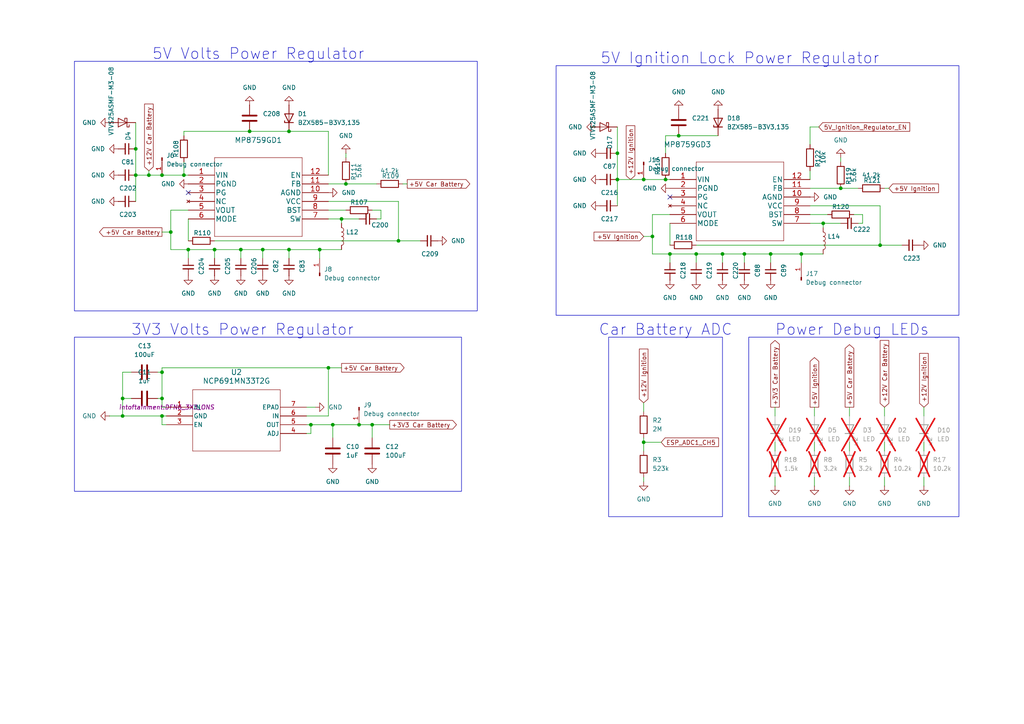
<source format=kicad_sch>
(kicad_sch (version 20250114) (generator "eeschema") (generator_version "9.0")
  (paper "A4")
  (lib_symbols
    (symbol "2025-04-02_17-52-17:MP8759GD-Z" (pin_names (offset 0.254))
      (property "Reference" "U" (at 20.32 10.16 0))
      (property "Value" "MP8759GD-Z" (at 20.32 7.62 0))
      (symbol "MP8759GD-Z_1_1"
        (polyline (pts (xy 7.62 5.08) (xy 7.62 -17.78)) (stroke (width 0.127)))
        (polyline (pts (xy 7.62 -17.78) (xy 33.02 -17.78)) (stroke (width 0.127)))
        (polyline (pts (xy 33.02 5.08) (xy 7.62 5.08)) (stroke (width 0.127)))
        (polyline (pts (xy 33.02 -17.78) (xy 33.02 5.08)) (stroke (width 0.127)))
        (pin power_in line (at 0 0 0) (length 7.62) (name "VIN") (number "1"))
        (pin power_in line (at 0 -2.54 0) (length 7.62) (name "PGND") (number "2"))
        (pin output line (at 0 -5.08 0) (length 7.62) (name "PG") (number "3"))
        (pin no_connect line (at 0 -7.62 0) (length 7.62) (name "NC") (number "4"))
        (pin power_in line (at 0 -10.16 0) (length 7.62) (name "VOUT") (number "5"))
        (pin unspecified line (at 0 -12.7 0) (length 7.62) (name "MODE") (number "6"))
        (pin input line (at 40.64 0 180) (length 7.62) (name "EN") (number "12"))
        (pin unspecified line (at 40.64 -2.54 180) (length 7.62) (name "FB") (number "11"))
        (pin power_in line (at 40.64 -5.08 180) (length 7.62) (name "AGND") (number "10"))
        (pin power_in line (at 40.64 -7.62 180) (length 7.62) (name "VCC") (number "9"))
        (pin power_in line (at 40.64 -10.16 180) (length 7.62) (name "BST") (number "8"))
        (pin output line (at 40.64 -12.7 180) (length 7.62) (name "SW") (number "7"))
      )
    )
    (symbol "Connector:Conn_01x01_Pin" (pin_names (offset 1.016) (hide yes))
      (property "Reference" "J" (at 0 2.54 0))
      (property "Value" "Conn_01x01_Pin" (at 0 -2.54 0))
      (symbol "Conn_01x01_Pin_1_1"
        (rectangle (start 0.8636 0.127) (end 0 -0.127) (stroke (width 0.1524)) (fill (type outline)))
        (polyline (pts (xy 1.27 0) (xy 0.8636 0)) (stroke (width 0.1524)))
        (pin passive line (at 5.08 0 180) (length 3.81) (name "Pin_1") (number "1"))
      )
    )
    (symbol "Device:C" (pin_numbers (hide yes)) (pin_names (offset 0.254))
      (property "Reference" "C" (at 0.635 2.54 0))
      (property "Value" "C" (at 0.635 -2.54 0))
      (symbol "C_0_1"
        (polyline (pts (xy -2.032 0.762) (xy 2.032 0.762)) (stroke (width 0.508)))
        (polyline (pts (xy -2.032 -0.762) (xy 2.032 -0.762)) (stroke (width 0.508)))
      )
      (symbol "C_1_1"
        (pin passive line (at 0 3.81 270) (length 2.794) (name "~") (number "1"))
        (pin passive line (at 0 -3.81 90) (length 2.794) (name "~") (number "2"))
      )
    )
    (symbol "Device:C_Small" (pin_numbers (hide yes)) (pin_names (offset 0.254) (hide yes))
      (property "Reference" "C" (at 0.254 1.778 0))
      (property "Value" "C_Small" (at 0.254 -2.032 0))
      (symbol "C_Small_0_1"
        (polyline (pts (xy -1.524 0.508) (xy 1.524 0.508)) (stroke (width 0.3048)))
        (polyline (pts (xy -1.524 -0.508) (xy 1.524 -0.508)) (stroke (width 0.3302)))
      )
      (symbol "C_Small_1_1"
        (pin passive line (at 0 2.54 270) (length 2.032) (name "~") (number "1"))
        (pin passive line (at 0 -2.54 90) (length 2.032) (name "~") (number "2"))
      )
    )
    (symbol "Device:L" (pin_numbers (hide yes)) (pin_names (offset 1.016) (hide yes))
      (property "Reference" "L" (at -1.27 0 90))
      (property "Value" "L" (at 1.905 0 90))
      (symbol "L_0_1"
        (arc (start 0 2.54) (mid 0.6323 1.905) (end 0 1.27))
        (arc (start 0 1.27) (mid 0.6323 0.635) (end 0 0))
        (arc (start 0 0) (mid 0.6323 -0.635) (end 0 -1.27))
        (arc (start 0 -1.27) (mid 0.6323 -1.905) (end 0 -2.54))
      )
      (symbol "L_1_1"
        (pin passive line (at 0 3.81 270) (length 1.27) (name "1") (number "1"))
        (pin passive line (at 0 -3.81 90) (length 1.27) (name "2") (number "2"))
      )
    )
    (symbol "Device:LED" (pin_numbers (hide yes)) (pin_names (offset 1.016) (hide yes))
      (property "Reference" "D" (at 0 2.54 0))
      (property "Value" "LED" (at 0 -2.54 0))
      (symbol "LED_0_1"
        (polyline (pts (xy -3.048 -0.762) (xy -4.572 -2.286) (xy -3.81 -2.286) (xy -4.572 -2.286) (xy -4.572 -1.524)))
        (polyline (pts (xy -1.778 -0.762) (xy -3.302 -2.286) (xy -2.54 -2.286) (xy -3.302 -2.286) (xy -3.302 -1.524)))
        (polyline (pts (xy -1.27 0) (xy 1.27 0)))
        (polyline (pts (xy -1.27 -1.27) (xy -1.27 1.27)) (stroke (width 0.254)))
        (polyline (pts (xy 1.27 -1.27) (xy 1.27 1.27) (xy -1.27 0) (xy 1.27 -1.27)) (stroke (width 0.254)))
      )
      (symbol "LED_1_1"
        (pin passive line (at -3.81 0 0) (length 2.54) (name "K") (number "1"))
        (pin passive line (at 3.81 0 180) (length 2.54) (name "A") (number "2"))
      )
    )
    (symbol "Device:R" (pin_numbers (hide yes)) (pin_names (offset 0))
      (property "Reference" "R" (at 2.032 0 90))
      (property "Value" "R" (at 0 0 90))
      (symbol "R_0_1"
        (rectangle (start -1.016 -2.54) (end 1.016 2.54) (stroke (width 0.254)))
      )
      (symbol "R_1_1"
        (pin passive line (at 0 3.81 270) (length 1.27) (name "~") (number "1"))
        (pin passive line (at 0 -3.81 90) (length 1.27) (name "~") (number "2"))
      )
    )
    (symbol "Diode:DZ2S160X0L" (pin_numbers (hide yes)) (pin_names (hide yes))
      (property "Reference" "D" (at 0 2.54 0))
      (property "Value" "DZ2S160X0L" (at 0 -2.54 0))
      (symbol "DZ2S160X0L_0_1"
        (polyline (pts (xy -1.27 -1.27) (xy -1.27 1.27) (xy -0.762 1.27)) (stroke (width 0.254)))
        (polyline (pts (xy 1.27 0) (xy -1.27 0)))
        (polyline (pts (xy 1.27 -1.27) (xy 1.27 1.27) (xy -1.27 0) (xy 1.27 -1.27)) (stroke (width 0.254)))
      )
      (symbol "DZ2S160X0L_1_1"
        (pin passive line (at -3.81 0 0) (length 2.54) (name "K") (number "1"))
        (pin passive line (at 3.81 0 180) (length 2.54) (name "A") (number "2"))
      )
    )
    (symbol "Diode:PMEG40T10ER" (pin_numbers (hide yes)) (pin_names (hide yes))
      (property "Reference" "D" (at 0 2.54 0))
      (property "Value" "PMEG40T10ER" (at 0 -2.54 0))
      (symbol "PMEG40T10ER_0_1"
        (polyline (pts (xy -1.905 0.635) (xy -1.905 1.27) (xy -1.27 1.27) (xy -1.27 -1.27) (xy -0.635 -1.27) (xy -0.635 -0.635)) (stroke (width 0.2032)))
        (polyline (pts (xy 1.27 1.27) (xy 1.27 -1.27) (xy -1.27 0) (xy 1.27 1.27)) (stroke (width 0.2032)))
        (polyline (pts (xy 1.27 0) (xy -1.27 0)))
      )
      (symbol "PMEG40T10ER_1_1"
        (pin passive line (at -3.81 0 0) (length 2.54) (name "K") (number "1"))
        (pin passive line (at 3.81 0 180) (length 2.54) (name "A") (number "2"))
      )
    )
    (symbol "NCP691MN33T2G:NCP691MN33T2G" (pin_names (offset 0.254))
      (property "Reference" "U" (at 20.32 10.16 0))
      (property "Value" "NCP691MN33T2G" (at 20.32 7.62 0))
      (symbol "NCP691MN33T2G_0_1"
        (polyline (pts (xy 7.62 5.08) (xy 7.62 -12.7)) (stroke (width 0.127)))
        (polyline (pts (xy 7.62 -12.7) (xy 33.02 -12.7)) (stroke (width 0.127)))
        (polyline (pts (xy 33.02 5.08) (xy 7.62 5.08)) (stroke (width 0.127)))
        (polyline (pts (xy 33.02 -12.7) (xy 33.02 5.08)) (stroke (width 0.127)))
        (pin input line (at 0 0 0) (length 7.62) (name "IN") (number "1"))
        (pin power_in line (at 0 -2.54 0) (length 7.62) (name "GND") (number "2"))
        (pin unspecified line (at 0 -5.08 0) (length 7.62) (name "EN") (number "3"))
        (pin unspecified line (at 40.64 0 180) (length 7.62) (name "EPAD") (number "7"))
        (pin input line (at 40.64 -2.54 180) (length 7.62) (name "IN") (number "6"))
        (pin output line (at 40.64 -5.08 180) (length 7.62) (name "OUT") (number "5"))
        (pin input line (at 40.64 -7.62 180) (length 7.62) (name "ADJ") (number "4"))
      )
    )
    (symbol "power:GND" (power) (pin_numbers (hide yes)) (pin_names (offset 0) (hide yes))
      (property "Value" "GND" (at 0 -3.81 0))
      (symbol "GND_0_1"
        (polyline (pts (xy 0 0) (xy 0 -1.27) (xy 1.27 -1.27) (xy 0 -2.54) (xy -1.27 -1.27) (xy 0 -1.27)))
      )
      (symbol "GND_1_1"
        (pin power_in line (at 0 0 270) (length 0) (name "~") (number "1"))
      )
    )
  )
  (rectangle (start 217.17 97.79) (end 278.13 149.86))
  (rectangle (start 161.29 19.05) (end 278.13 91.44))
  (rectangle (start 176.53 97.79) (end 209.55 149.86))
  (rectangle (start 21.59 17.78) (end 138.43 90.17))
  (rectangle (start 21.59 97.79) (end 133.858 142.494))
  (text "Power Debug LEDs\n" (at 247.142 95.758 0) (effects (font (size 3.175 3.175))))
  (text "5V Ignition Lock Power Regulator\n" (at 214.63 17.018 0) (effects (font (size 3.175 3.175))))
  (text "Car Battery ADC\n" (at 193.04 95.758 0) (effects (font (size 3.175 3.175))))
  (text "5V Volts Power Regulator" (at 74.93 15.748 0) (effects (font (size 3.175 3.175))))
  (text "3V3 Volts Power Regulator" (at 70.358 95.758 0) (effects (font (size 3.175 3.175))))
  (junction (at 179.07 52.07))
  (junction (at 54.61 72.39))
  (junction (at 35.56 115.57))
  (junction (at 95.25 106.68))
  (junction (at 72.39 38.1))
  (junction (at 76.2 72.39))
  (junction (at 69.85 72.39))
  (junction (at 209.55 73.66))
  (junction (at 186.69 128.27))
  (junction (at 232.41 73.66))
  (junction (at 255.27 71.12))
  (junction (at 46.99 50.8))
  (junction (at 92.71 72.39))
  (junction (at 189.23 68.58))
  (junction (at 35.56 120.65))
  (junction (at 43.18 50.8))
  (junction (at 107.95 123.19))
  (junction (at 49.53 67.31))
  (junction (at 99.06 63.5))
  (junction (at 53.34 50.8))
  (junction (at 46.99 120.65))
  (junction (at 83.82 38.1))
  (junction (at 186.69 52.07))
  (junction (at 39.37 43.18))
  (junction (at 83.82 72.39))
  (junction (at 201.93 73.66))
  (junction (at 194.31 73.66))
  (junction (at 243.84 54.61))
  (junction (at 46.99 115.57))
  (junction (at 115.57 69.85))
  (junction (at 90.17 123.19))
  (junction (at 46.99 107.95))
  (junction (at 96.52 123.19))
  (junction (at 62.23 72.39))
  (junction (at 39.37 50.8))
  (junction (at 196.85 39.37))
  (junction (at 193.04 52.07))
  (junction (at 179.07 44.45))
  (junction (at 215.9 73.66))
  (junction (at 100.33 53.34))
  (junction (at 223.52 73.66))
  (junction (at 238.76 64.77))
  (junction (at 104.14 123.19))
  (no_connect (at 54.61 55.88))
  (no_connect (at 194.31 57.15))
  (wire (pts (xy 201.93 73.66) (xy 209.55 73.66)))
  (wire (pts (xy 246.38 118.11) (xy 246.38 120.65)))
  (wire (pts (xy 45.72 107.95) (xy 46.99 107.95)))
  (wire (pts (xy 186.69 128.27) (xy 186.69 130.81)))
  (wire (pts (xy 238.76 64.77) (xy 243.84 64.77)))
  (wire (pts (xy 99.06 63.5) (xy 99.06 64.77)))
  (wire (pts (xy 193.04 39.37) (xy 196.85 39.37)))
  (wire (pts (xy 267.97 118.11) (xy 267.97 120.65)))
  (wire (pts (xy 46.99 118.11) (xy 48.26 118.11)))
  (wire (pts (xy 196.85 39.37) (xy 208.28 39.37)))
  (wire (pts (xy 256.54 118.11) (xy 256.54 120.65)))
  (wire (pts (xy 83.82 72.39) (xy 83.82 74.93)))
  (wire (pts (xy 48.26 123.19) (xy 46.99 123.19)))
  (wire (pts (xy 215.9 73.66) (xy 223.52 73.66)))
  (wire (pts (xy 49.53 72.39) (xy 54.61 72.39)))
  (wire (pts (xy 53.34 38.1) (xy 72.39 38.1)))
  (wire (pts (xy 194.31 73.66) (xy 201.93 73.66)))
  (wire (pts (xy 234.95 64.77) (xy 238.76 64.77)))
  (wire (pts (xy 96.52 127) (xy 96.52 123.19)))
  (wire (pts (xy 104.14 123.19) (xy 107.95 123.19)))
  (wire (pts (xy 100.33 45.72) (xy 100.33 44.45)))
  (wire (pts (xy 39.37 50.8) (xy 39.37 58.42)))
  (wire (pts (xy 62.23 72.39) (xy 69.85 72.39)))
  (wire (pts (xy 172.72 36.83) (xy 171.45 36.83)))
  (wire (pts (xy 88.9 125.73) (xy 90.17 125.73)))
  (wire (pts (xy 49.53 67.31) (xy 49.53 72.39)))
  (wire (pts (xy 53.34 46.99) (xy 53.34 50.8)))
  (wire (pts (xy 92.71 72.39) (xy 99.06 72.39)))
  (wire (pts (xy 95.25 106.68) (xy 95.25 120.65)))
  (wire (pts (xy 92.71 74.93) (xy 92.71 72.39)))
  (wire (pts (xy 236.22 118.11) (xy 236.22 120.65)))
  (wire (pts (xy 43.18 50.8) (xy 46.99 50.8)))
  (wire (pts (xy 209.55 73.66) (xy 209.55 76.2)))
  (wire (pts (xy 186.69 138.43) (xy 186.69 139.7)))
  (wire (pts (xy 116.84 53.34) (xy 118.11 53.34)))
  (wire (pts (xy 179.07 52.07) (xy 179.07 59.69)))
  (wire (pts (xy 255.27 71.12) (xy 261.62 71.12)))
  (wire (pts (xy 223.52 73.66) (xy 232.41 73.66)))
  (wire (pts (xy 243.84 46.99) (xy 243.84 45.72)))
  (wire (pts (xy 99.06 106.68) (xy 95.25 106.68)))
  (wire (pts (xy 46.99 50.8) (xy 53.34 50.8)))
  (wire (pts (xy 267.97 128.27) (xy 267.97 130.81)))
  (wire (pts (xy 234.95 54.61) (xy 243.84 54.61)))
  (wire (pts (xy 72.39 38.1) (xy 83.82 38.1)))
  (wire (pts (xy 179.07 44.45) (xy 179.07 52.07)))
  (wire (pts (xy 255.27 59.69) (xy 255.27 71.12)))
  (wire (pts (xy 39.37 35.56) (xy 39.37 43.18)))
  (wire (pts (xy 45.72 115.57) (xy 46.99 115.57)))
  (wire (pts (xy 232.41 76.2) (xy 232.41 73.66)))
  (wire (pts (xy 250.19 64.77) (xy 250.19 62.23)))
  (wire (pts (xy 193.04 39.37) (xy 193.04 44.45)))
  (wire (pts (xy 95.25 58.42) (xy 115.57 58.42)))
  (wire (pts (xy 95.25 63.5) (xy 99.06 63.5)))
  (wire (pts (xy 88.9 120.65) (xy 95.25 120.65)))
  (wire (pts (xy 179.07 36.83) (xy 179.07 44.45)))
  (wire (pts (xy 49.53 60.96) (xy 54.61 60.96)))
  (wire (pts (xy 88.9 118.11) (xy 91.44 118.11)))
  (wire (pts (xy 95.25 50.8) (xy 95.25 38.1)))
  (wire (pts (xy 215.9 73.66) (xy 215.9 76.2)))
  (wire (pts (xy 35.56 120.65) (xy 46.99 120.65)))
  (wire (pts (xy 186.69 52.07) (xy 193.04 52.07)))
  (wire (pts (xy 189.23 68.58) (xy 189.23 73.66)))
  (wire (pts (xy 223.52 73.66) (xy 223.52 76.2)))
  (wire (pts (xy 256.54 54.61) (xy 257.81 54.61)))
  (wire (pts (xy 193.04 52.07) (xy 194.31 52.07)))
  (wire (pts (xy 179.07 52.07) (xy 186.69 52.07)))
  (wire (pts (xy 224.79 138.43) (xy 224.79 140.97)))
  (wire (pts (xy 46.99 118.11) (xy 46.99 115.57)))
  (wire (pts (xy 107.95 123.19) (xy 107.95 127)))
  (wire (pts (xy 194.31 64.77) (xy 194.31 71.12)))
  (wire (pts (xy 76.2 72.39) (xy 76.2 74.93)))
  (wire (pts (xy 31.75 120.65) (xy 35.56 120.65)))
  (wire (pts (xy 62.23 69.85) (xy 115.57 69.85)))
  (wire (pts (xy 267.97 138.43) (xy 267.97 140.97)))
  (wire (pts (xy 95.25 53.34) (xy 100.33 53.34)))
  (wire (pts (xy 247.65 62.23) (xy 250.19 62.23)))
  (wire (pts (xy 53.34 38.1) (xy 53.34 39.37)))
  (wire (pts (xy 186.69 68.58) (xy 189.23 68.58)))
  (wire (pts (xy 35.56 107.95) (xy 35.56 115.57)))
  (wire (pts (xy 186.69 116.84) (xy 186.69 119.38)))
  (wire (pts (xy 236.22 128.27) (xy 236.22 130.81)))
  (wire (pts (xy 236.22 138.43) (xy 236.22 140.97)))
  (wire (pts (xy 240.03 62.23) (xy 234.95 62.23)))
  (wire (pts (xy 54.61 63.5) (xy 54.61 69.85)))
  (wire (pts (xy 69.85 72.39) (xy 76.2 72.39)))
  (wire (pts (xy 39.37 50.8) (xy 43.18 50.8)))
  (wire (pts (xy 35.56 107.95) (xy 38.1 107.95)))
  (wire (pts (xy 186.69 127) (xy 186.69 128.27)))
  (wire (pts (xy 90.17 123.19) (xy 96.52 123.19)))
  (wire (pts (xy 237.49 36.83) (xy 234.95 36.83)))
  (wire (pts (xy 189.23 62.23) (xy 194.31 62.23)))
  (wire (pts (xy 90.17 125.73) (xy 90.17 123.19)))
  (wire (pts (xy 232.41 73.66) (xy 238.76 73.66)))
  (wire (pts (xy 100.33 53.34) (xy 109.22 53.34)))
  (wire (pts (xy 100.33 60.96) (xy 95.25 60.96)))
  (wire (pts (xy 96.52 123.19) (xy 104.14 123.19)))
  (wire (pts (xy 246.38 128.27) (xy 246.38 130.81)))
  (wire (pts (xy 194.31 76.2) (xy 194.31 73.66)))
  (wire (pts (xy 107.95 60.96) (xy 110.49 60.96)))
  (wire (pts (xy 107.95 123.19) (xy 113.03 123.19)))
  (wire (pts (xy 186.69 128.27) (xy 191.77 128.27)))
  (wire (pts (xy 115.57 69.85) (xy 121.92 69.85)))
  (wire (pts (xy 201.93 73.66) (xy 201.93 76.2)))
  (wire (pts (xy 243.84 54.61) (xy 248.92 54.61)))
  (wire (pts (xy 248.92 64.77) (xy 250.19 64.77)))
  (wire (pts (xy 238.76 64.77) (xy 238.76 66.04)))
  (wire (pts (xy 46.99 123.19) (xy 46.99 120.65)))
  (wire (pts (xy 256.54 128.27) (xy 256.54 130.81)))
  (wire (pts (xy 256.54 138.43) (xy 256.54 140.97)))
  (wire (pts (xy 201.93 71.12) (xy 255.27 71.12)))
  (wire (pts (xy 46.99 120.65) (xy 48.26 120.65)))
  (wire (pts (xy 83.82 72.39) (xy 92.71 72.39)))
  (wire (pts (xy 54.61 72.39) (xy 62.23 72.39)))
  (wire (pts (xy 49.53 60.96) (xy 49.53 67.31)))
  (wire (pts (xy 39.37 43.18) (xy 39.37 50.8)))
  (wire (pts (xy 35.56 115.57) (xy 35.56 120.65)))
  (wire (pts (xy 54.61 74.93) (xy 54.61 72.39)))
  (wire (pts (xy 46.99 107.95) (xy 46.99 106.68)))
  (wire (pts (xy 234.95 49.53) (xy 234.95 52.07)))
  (wire (pts (xy 88.9 123.19) (xy 90.17 123.19)))
  (wire (pts (xy 234.95 59.69) (xy 255.27 59.69)))
  (wire (pts (xy 109.22 63.5) (xy 110.49 63.5)))
  (wire (pts (xy 189.23 73.66) (xy 194.31 73.66)))
  (wire (pts (xy 115.57 58.42) (xy 115.57 69.85)))
  (wire (pts (xy 209.55 73.66) (xy 215.9 73.66)))
  (wire (pts (xy 53.34 50.8) (xy 54.61 50.8)))
  (wire (pts (xy 46.99 115.57) (xy 46.99 107.95)))
  (wire (pts (xy 69.85 72.39) (xy 69.85 74.93)))
  (wire (pts (xy 224.79 118.11) (xy 224.79 120.65)))
  (wire (pts (xy 189.23 62.23) (xy 189.23 68.58)))
  (wire (pts (xy 76.2 72.39) (xy 83.82 72.39)))
  (wire (pts (xy 234.95 36.83) (xy 234.95 41.91)))
  (wire (pts (xy 46.99 106.68) (xy 95.25 106.68)))
  (wire (pts (xy 35.56 115.57) (xy 38.1 115.57)))
  (wire (pts (xy 46.99 67.31) (xy 49.53 67.31)))
  (wire (pts (xy 246.38 138.43) (xy 246.38 140.97)))
  (wire (pts (xy 43.18 49.53) (xy 43.18 50.8)))
  (wire (pts (xy 62.23 72.39) (xy 62.23 74.93)))
  (wire (pts (xy 110.49 63.5) (xy 110.49 60.96)))
  (wire (pts (xy 99.06 63.5) (xy 104.14 63.5)))
  (wire (pts (xy 83.82 38.1) (xy 95.25 38.1)))
  (wire (pts (xy 224.79 128.27) (xy 224.79 130.81)))
  (global_label "+12V Ignition" (shape input) (at 182.88 52.07 90) (property "Intersheetrefs" "${INTERSHEET_REFS}" (effects (hide yes))))
  (global_label "+12V Car Battery" (shape input) (at 43.18 49.53 90) (property "Intersheetrefs" "${INTERSHEET_REFS}" (effects (hide yes))))
  (global_label "+5V Car Battery" (shape output) (at 246.38 118.11 90) (property "Intersheetrefs" "${INTERSHEET_REFS}" (effects (hide yes))))
  (global_label "+5V Ignition" (shape input) (at 257.81 54.61 0) (property "Intersheetrefs" "${INTERSHEET_REFS}" (effects (hide yes))))
  (global_label "+5V Ignition" (shape input) (at 186.69 68.58 180) (property "Intersheetrefs" "${INTERSHEET_REFS}" (effects (hide yes))))
  (global_label "+12V Ignition" (shape input) (at 186.69 116.84 90) (property "Intersheetrefs" "${INTERSHEET_REFS}" (effects (hide yes))))
  (global_label "5V_Ignition_Regulator_EN" (shape input) (at 237.49 36.83 0) (property "Intersheetrefs" "${INTERSHEET_REFS}" (effects (hide yes))))
  (global_label "+12V Car Battery" (shape input) (at 256.54 118.11 90) (property "Intersheetrefs" "${INTERSHEET_REFS}" (effects (hide yes))))
  (global_label "+5V Ignition" (shape output) (at 236.22 118.11 90) (property "Intersheetrefs" "${INTERSHEET_REFS}" (effects (hide yes))))
  (global_label "+5V Car Battery" (shape output) (at 99.06 106.68 0) (property "Intersheetrefs" "${INTERSHEET_REFS}" (effects (hide yes))))
  (global_label "ESP_ADC1_CH5" (shape input) (at 191.77 128.27 0) (property "Intersheetrefs" "${INTERSHEET_REFS}" (effects (hide yes))))
  (global_label "+12V Ignition" (shape input) (at 267.97 118.11 90) (property "Intersheetrefs" "${INTERSHEET_REFS}" (effects (hide yes))))
  (global_label "+3V3 Car Battery" (shape output) (at 224.79 118.11 90) (property "Intersheetrefs" "${INTERSHEET_REFS}" (effects (hide yes))))
  (global_label "+3V3 Car Battery" (shape output) (at 113.03 123.19 0) (property "Intersheetrefs" "${INTERSHEET_REFS}" (effects (hide yes))))
  (global_label "+5V Car Battery" (shape output) (at 118.11 53.34 0) (property "Intersheetrefs" "${INTERSHEET_REFS}" (effects (hide yes))))
  (global_label "+5V Car Battery" (shape output) (at 46.99 67.31 180) (property "Intersheetrefs" "${INTERSHEET_REFS}" (effects (hide yes))))
  (symbol (lib_id "Device:C") (at 96.52 130.81 0) (unit 1)
    (property "Reference" "C10" (at 100.33 129.5399 0) (effects (justify left)))
    (property "Value" "1uF" (at 100.33 132.0799 0) (effects (justify left)))
    (property "Footprint" "Capacitor_SMD:C_0805_2012Metric" (effects (hide yes)))
    (property "Description" "Unpolarized capacitor" (effects (hide yes)))
  )
  (symbol (lib_id "power:GND") (at 31.75 120.65 270) (unit 1)
    (property "Reference" "#PWR046" (effects (hide yes)))
    (property "Value" "GND" (at 27.94 120.6499 90) (effects (justify right)))
    (property "Description" "Power symbol creates a global label with name \"GND\" , ground" (effects (hide yes)))
  )
  (symbol (lib_id "power:GND") (at 100.33 44.45 180) (unit 1)
    (property "Reference" "#PWR020" (effects (hide yes)))
    (property "Value" "GND" (at 100.33 39.37 0))
    (property "Description" "Power symbol creates a global label with name \"GND\" , ground" (effects (hide yes)))
  )
  (symbol (lib_id "Diode:PMEG40T10ER") (at 175.26 36.83 180) (unit 1)
    (property "Reference" "D17" (at 176.8476 39.37 90) (effects (justify left)))
    (property "Value" "VTVS25ASMF-M3-08" (at 171.958 20.574 90) (effects (justify left)))
    (property "Footprint" "Diode_SMD:Nexperia_CFP3_SOD-123W" (effects (hide yes)))
    (property "Datasheet" "https://www.vishay.com/docs/85891/vtvs3v3asmf.pdf" (effects (hide yes)))
    (property "Description" "VTVS25ASMF-M3-08" (effects (hide yes)))
  )
  (symbol (lib_id "power:GND") (at 208.28 31.75 180) (unit 1)
    (property "Reference" "#PWR079" (effects (hide yes)))
    (property "Value" "GND" (at 208.28 26.67 0))
    (property "Description" "Power symbol creates a global label with name \"GND\" , ground" (effects (hide yes)))
  )
  (symbol (lib_id "power:GND") (at 34.29 58.42 270) (unit 1)
    (property "Reference" "#PWR026" (effects (hide yes)))
    (property "Value" "GND" (at 30.48 58.4199 90) (effects (justify right)))
    (property "Description" "Power symbol creates a global label with name \"GND\" , ground" (effects (hide yes)))
  )
  (symbol (lib_id "Device:C_Small") (at 223.52 78.74 0) (unit 1)
    (property "Reference" "C89" (at 227.33 78.486 90))
    (property "Value" "22uF" (effects (hide yes)))
    (property "Footprint" "Capacitor_SMD:C_0805_2012Metric" (effects (hide yes)))
    (property "Description" "CAP CER 22uF 25Vdc X5R 0805" (effects (hide yes)))
  )
  (symbol (lib_id "power:GND") (at 224.79 140.97 0) (unit 1)
    (property "Reference" "#PWR040" (effects (hide yes)))
    (property "Value" "GND" (at 224.79 146.05 0))
    (property "Description" "Power symbol creates a global label with name \"GND\" , ground" (effects (hide yes)))
  )
  (symbol (lib_id "Device:C_Small") (at 83.82 77.47 0) (unit 1)
    (property "Reference" "C83" (at 87.63 77.216 90))
    (property "Value" "22uF" (effects (hide yes)))
    (property "Footprint" "Capacitor_SMD:C_0805_2012Metric" (effects (hide yes)))
    (property "Description" "CAP CER 22uF 25Vdc X5R 0805" (effects (hide yes)))
  )
  (symbol (lib_id "Device:C_Small") (at 36.83 58.42 270) (unit 1)
    (property "Reference" "C203" (at 37.084 62.23 90))
    (property "Value" "100nF" (effects (hide yes)))
    (property "Footprint" "Capacitor_SMD:C_0402_1005Metric" (effects (hide yes)))
    (property "Description" "CAP CER 100nF 100Vdc X5R 0402" (effects (hide yes)))
  )
  (symbol (lib_id "Device:R") (at 186.69 123.19 0) (unit 1)
    (property "Reference" "R2" (at 189.23 121.9199 0) (effects (justify left)))
    (property "Value" "2M" (at 189.23 124.4599 0) (effects (justify left)))
    (property "Footprint" "Resistor_SMD:R_0805_2012Metric" (effects (hide yes)))
    (property "Description" "Resistor" (effects (hide yes)))
  )
  (symbol (lib_id "Device:LED") (at 224.79 124.46 90) (unit 1) (dnp yes)
    (property "Reference" "D19" (at 228.6 124.7774 90) (effects (justify right)))
    (property "Value" "LED" (at 228.6 127.3174 90) (effects (justify right)))
    (property "Footprint" "LED_SMD:LED_0402_1005Metric" (effects (hide yes)))
    (property "Description" "Light emitting diode" (effects (hide yes)))
    (property "Sim.Pins" "1=K 2=A" (effects (hide yes)))
  )
  (symbol (lib_id "power:GND") (at 246.38 140.97 0) (unit 1)
    (property "Reference" "#PWR037" (effects (hide yes)))
    (property "Value" "GND" (at 246.38 146.05 0))
    (property "Description" "Power symbol creates a global label with name \"GND\" , ground" (effects (hide yes)))
  )
  (symbol (lib_id "Device:L") (at 238.76 69.85 0) (unit 1)
    (property "Reference" "L14" (at 240.03 68.5799 0) (effects (justify left)))
    (property "Value" "1.5uH" (effects (hide yes)))
    (property "Footprint" "intoftainment:IND_XGL4030_COC" (effects (hide yes)))
    (property "Datasheet" "https://www.coilcraft.com/getmedia/032d9c73-4222-482f-b6bc-7808590e27c9/xgl4030.pdf" (effects (hide yes)))
    (property "Description" "Power Inductor, shielded, composite, 20% tol, SMT, RoHS, halogen-free" (effects (hide yes)))
  )
  (symbol (lib_id "power:GND") (at 83.82 30.48 180) (unit 1)
    (property "Reference" "#PWR016" (effects (hide yes)))
    (property "Value" "GND" (at 83.82 25.4 0))
    (property "Description" "Power symbol creates a global label with name \"GND\" , ground" (effects (hide yes)))
  )
  (symbol (lib_id "power:GND") (at 223.52 81.28 0) (unit 1)
    (property "Reference" "#PWR080" (effects (hide yes)))
    (property "Value" "GND" (at 223.52 86.36 0))
    (property "Description" "Power symbol creates a global label with name \"GND\" , ground" (effects (hide yes)))
  )
  (symbol (lib_id "Device:C_Small") (at 246.38 64.77 270) (unit 1)
    (property "Reference" "C222" (at 249.936 66.548 90))
    (property "Value" "220nF" (effects (hide yes)))
    (property "Footprint" "Capacitor_SMD:C_0603_1608Metric" (effects (hide yes)))
    (property "Description" "CAP CER 220nF 50Vdc X7R 0603" (effects (hide yes)))
  )
  (symbol (lib_id "Device:C_Small") (at 215.9 78.74 0) (unit 1)
    (property "Reference" "C88" (at 219.71 78.486 90))
    (property "Value" "22uF" (effects (hide yes)))
    (property "Footprint" "Capacitor_SMD:C_0805_2012Metric" (effects (hide yes)))
    (property "Description" "CAP CER 22uF 25Vdc X5R 0805" (effects (hide yes)))
  )
  (symbol (lib_id "Device:C_Small") (at 62.23 77.47 0) (unit 1)
    (property "Reference" "C205" (at 66.04 77.216 90))
    (property "Value" "22uF" (effects (hide yes)))
    (property "Footprint" "Capacitor_SMD:C_0805_2012Metric" (effects (hide yes)))
    (property "Description" "CAP CER 22uF 25Vdc X5R 0805" (effects (hide yes)))
  )
  (symbol (lib_id "power:GND") (at 194.31 54.61 270) (unit 1)
    (property "Reference" "#PWR073" (effects (hide yes)))
    (property "Value" "GND" (at 190.5 54.6099 90) (effects (justify right)))
    (property "Description" "Power symbol creates a global label with name \"GND\" , ground" (effects (hide yes)))
  )
  (symbol (lib_id "Device:R") (at 186.69 134.62 0) (unit 1)
    (property "Reference" "R3" (at 189.23 133.3499 0) (effects (justify left)))
    (property "Value" "523k" (at 189.23 135.8899 0) (effects (justify left)))
    (property "Footprint" "Resistor_SMD:R_0805_2012Metric" (effects (hide yes)))
    (property "Description" "Resistor" (effects (hide yes)))
  )
  (symbol (lib_id "Device:C_Small") (at 36.83 43.18 270) (unit 1)
    (property "Reference" "C81" (at 37.084 46.99 90))
    (property "Value" "22uF" (effects (hide yes)))
    (property "Footprint" "Capacitor_SMD:C_0805_2012Metric" (effects (hide yes)))
    (property "Description" "CAP CER 22uF 25Vdc X5R 0805" (effects (hide yes)))
  )
  (symbol (lib_id "Device:L") (at 99.06 68.58 0) (unit 1)
    (property "Reference" "L12" (at 100.33 67.3099 0) (effects (justify left)))
    (property "Value" "1.5uH" (effects (hide yes)))
    (property "Footprint" "intoftainment:IND_XGL4030_COC" (effects (hide yes)))
    (property "Datasheet" "https://www.coilcraft.com/getmedia/032d9c73-4222-482f-b6bc-7808590e27c9/xgl4030.pdf" (effects (hide yes)))
    (property "Description" "Power Inductor, shielded, composite, 20% tol, SMT, RoHS, halogen-free" (effects (hide yes)))
  )
  (symbol (lib_id "power:GND") (at 76.2 80.01 0) (unit 1)
    (property "Reference" "#PWR024" (effects (hide yes)))
    (property "Value" "GND" (at 76.2 85.09 0))
    (property "Description" "Power symbol creates a global label with name \"GND\" , ground" (effects (hide yes)))
  )
  (symbol (lib_id "power:GND") (at 127 69.85 90) (unit 1)
    (property "Reference" "#PWR019" (effects (hide yes)))
    (property "Value" "GND" (at 130.81 69.8499 90) (effects (justify right)))
    (property "Description" "Power symbol creates a global label with name \"GND\" , ground" (effects (hide yes)))
  )
  (symbol (lib_id "Device:C") (at 196.85 35.56 0) (unit 1)
    (property "Reference" "C221" (at 200.66 34.2899 0) (effects (justify left)))
    (property "Value" "220nF" (effects (hide yes)))
    (property "Footprint" "Capacitor_SMD:C_0201_0603Metric" (effects (hide yes)))
    (property "Description" "CAP CER 220nF 10Vdc X5R 0201" (effects (hide yes)))
  )
  (symbol (lib_id "Device:R") (at 256.54 134.62 0) (unit 1) (dnp yes)
    (property "Reference" "R4" (at 259.08 133.3499 0) (effects (justify left)))
    (property "Value" "10.2k" (at 259.08 135.8899 0) (effects (justify left)))
    (property "Footprint" "Resistor_SMD:R_0805_2012Metric" (effects (hide yes)))
    (property "Description" "Resistor" (effects (hide yes)))
  )
  (symbol (lib_id "Device:LED") (at 267.97 124.46 90) (unit 1) (dnp yes)
    (property "Reference" "D10" (at 271.78 124.7774 90) (effects (justify right)))
    (property "Value" "LED" (at 271.78 127.3174 90) (effects (justify right)))
    (property "Footprint" "LED_SMD:LED_0402_1005Metric" (effects (hide yes)))
    (property "Description" "Light emitting diode" (effects (hide yes)))
    (property "Sim.Pins" "1=K 2=A" (effects (hide yes)))
  )
  (symbol (lib_id "Diode:DZ2S160X0L") (at 208.28 35.56 90) (unit 1)
    (property "Reference" "D18" (at 210.82 34.2899 90) (effects (justify right)))
    (property "Value" "BZX585-B3V3,135" (at 210.82 36.8299 90) (effects (justify right)))
    (property "Footprint" "Diode_SMD:D_SOD-523" (effects (hide yes)))
    (property "Datasheet" "https://assets.nexperia.com/documents/data-sheet/BZX585_SER.pdf" (effects (hide yes)))
    (property "Description" "Diode Zener Single 3.3V 2% 300mW Automotive 2-Pin SOD-523 T/R" (effects (hide yes)))
  )
  (symbol (lib_id "power:GND") (at 194.31 81.28 0) (unit 1)
    (property "Reference" "#PWR074" (effects (hide yes)))
    (property "Value" "GND" (at 194.31 86.36 0))
    (property "Description" "Power symbol creates a global label with name \"GND\" , ground" (effects (hide yes)))
  )
  (symbol (lib_id "power:GND") (at 196.85 31.75 180) (unit 1)
    (property "Reference" "#PWR077" (effects (hide yes)))
    (property "Value" "GND" (at 196.85 26.67 0))
    (property "Description" "Power symbol creates a global label with name \"GND\" , ground" (effects (hide yes)))
  )
  (symbol (lib_id "Diode:PMEG40T10ER") (at 35.56 35.56 180) (unit 1)
    (property "Reference" "D4" (at 37.1476 38.1 90) (effects (justify left)))
    (property "Value" "VTVS25ASMF-M3-08" (at 32.258 19.304 90) (effects (justify left)))
    (property "Footprint" "Diode_SMD:Nexperia_CFP3_SOD-123W" (effects (hide yes)))
    (property "Datasheet" "https://www.vishay.com/docs/85891/vtvs3v3asmf.pdf" (effects (hide yes)))
    (property "Description" "VTVS25ASMF-M3-08" (effects (hide yes)))
  )
  (symbol (lib_id "Device:C_Small") (at 176.53 44.45 270) (unit 1)
    (property "Reference" "C87" (at 176.784 48.26 90))
    (property "Value" "22uF" (effects (hide yes)))
    (property "Footprint" "Capacitor_SMD:C_0805_2012Metric" (effects (hide yes)))
    (property "Description" "CAP CER 22uF 25Vdc X5R 0805" (effects (hide yes)))
  )
  (symbol (lib_id "power:GND") (at 34.29 50.8 270) (unit 1)
    (property "Reference" "#PWR027" (effects (hide yes)))
    (property "Value" "GND" (at 30.48 50.7999 90) (effects (justify right)))
    (property "Description" "Power symbol creates a global label with name \"GND\" , ground" (effects (hide yes)))
  )
  (symbol (lib_id "NCP691MN33T2G:NCP691MN33T2G") (at 48.26 118.11 0) (unit 1)
    (property "Reference" "U2" (at 68.58 107.95 0) (effects (font (size 1.524 1.524))))
    (property "Value" "NCP691MN33T2G" (at 68.58 110.49 0) (effects (font (size 1.524 1.524))))
    (property "Footprint" "intoftainment:DFN6_3X3_ONS" (at 48.26 118.11 0) (effects (font (italic yes))))
    (property "Datasheet" "NCP691MN33T2G" (effects (hide yes)))
  )
  (symbol (lib_id "Device:R") (at 224.79 134.62 0) (unit 1) (dnp yes)
    (property "Reference" "R18" (at 227.33 133.3499 0) (effects (justify left)))
    (property "Value" "1.5k" (at 227.33 135.8899 0) (effects (justify left)))
    (property "Footprint" "Resistor_SMD:R_0805_2012Metric" (effects (hide yes)))
    (property "Description" "Resistor" (effects (hide yes)))
  )
  (symbol (lib_id "2025-04-02_17-52-17:MP8759GD-Z") (at 194.31 52.07 0) (unit 1)
    (property "Reference" "MP8759GD3" (at 199.39 41.91 0) (effects (font (size 1.524 1.524))))
    (property "Value" "C200" (effects (hide yes)))
    (property "Footprint" "intoftainment:QFN-12_MP8759_MNP" (effects (hide yes)))
  )
  (symbol (lib_id "Device:C_Small") (at 194.31 78.74 0) (unit 1)
    (property "Reference" "C218" (at 198.12 78.486 90))
    (property "Value" "100nF" (effects (hide yes)))
    (property "Footprint" "Capacitor_SMD:C_0402_1005Metric" (effects (hide yes)))
    (property "Description" "CAP CER 100nF 100Vdc X5R 0402" (effects (hide yes)))
  )
  (symbol (lib_id "Diode:DZ2S160X0L") (at 83.82 34.29 90) (unit 1)
    (property "Reference" "D1" (at 86.36 33.0199 90) (effects (justify right)))
    (property "Value" "BZX585-B3V3,135" (at 86.36 35.5599 90) (effects (justify right)))
    (property "Footprint" "Diode_SMD:D_SOD-523" (effects (hide yes)))
    (property "Datasheet" "https://assets.nexperia.com/documents/data-sheet/BZX585_SER.pdf" (effects (hide yes)))
    (property "Description" "Diode Zener Single 3.3V 2% 300mW Automotive 2-Pin SOD-523 T/R" (effects (hide yes)))
  )
  (symbol (lib_id "Device:C_Small") (at 76.2 77.47 0) (unit 1)
    (property "Reference" "C82" (at 80.01 77.216 90))
    (property "Value" "22uF" (effects (hide yes)))
    (property "Footprint" "Capacitor_SMD:C_0805_2012Metric" (effects (hide yes)))
    (property "Description" "CAP CER 22uF 25Vdc X5R 0805" (effects (hide yes)))
  )
  (symbol (lib_id "power:GND") (at 72.39 30.48 180) (unit 1)
    (property "Reference" "#PWR015" (effects (hide yes)))
    (property "Value" "GND" (at 72.39 25.4 0))
    (property "Description" "Power symbol creates a global label with name \"GND\" , ground" (effects (hide yes)))
  )
  (symbol (lib_id "power:GND") (at 267.97 140.97 0) (unit 1)
    (property "Reference" "#PWR039" (effects (hide yes)))
    (property "Value" "GND" (at 267.97 146.05 0))
    (property "Description" "Power symbol creates a global label with name \"GND\" , ground" (effects (hide yes)))
  )
  (symbol (lib_id "Connector:Conn_01x01_Pin") (at 92.71 80.01 90) (unit 1)
    (property "Reference" "J8" (at 93.98 78.1049 90) (effects (justify right)))
    (property "Value" "Debug connector" (at 93.98 80.6449 90) (effects (justify right)))
    (property "Footprint" "TestPoint:TestPoint_Pad_D1.0mm" (effects (hide yes)))
    (property "Description" "Generic connector, single row, 01x01, script generated" (effects (hide yes)))
  )
  (symbol (lib_id "power:GND") (at 172.72 36.83 270) (unit 1)
    (property "Reference" "#PWR069" (effects (hide yes)))
    (property "Value" "GND" (at 168.91 36.8299 90) (effects (justify right)))
    (property "Description" "Power symbol creates a global label with name \"GND\" , ground" (effects (hide yes)))
  )
  (symbol (lib_id "Device:R") (at 100.33 49.53 0) (unit 1)
    (property "Reference" "R111" (at 102.616 49.784 90))
    (property "Value" "5.6k" (at 104.14 49.53 90))
    (property "Footprint" "Resistor_SMD:R_0201_0603Metric" (effects (hide yes)))
    (property "Description" "Res 5.6K 1% 1/20W 0201" (effects (hide yes)))
  )
  (symbol (lib_id "power:GND") (at 256.54 140.97 0) (unit 1)
    (property "Reference" "#PWR036" (effects (hide yes)))
    (property "Value" "GND" (at 256.54 146.05 0))
    (property "Description" "Power symbol creates a global label with name \"GND\" , ground" (effects (hide yes)))
  )
  (symbol (lib_id "power:GND") (at 107.95 134.62 0) (unit 1)
    (property "Reference" "#PWR049" (effects (hide yes)))
    (property "Value" "GND" (at 107.95 139.7 0))
    (property "Description" "Power symbol creates a global label with name \"GND\" , ground" (effects (hide yes)))
  )
  (symbol (lib_id "power:GND") (at 54.61 53.34 270) (unit 1)
    (property "Reference" "#PWR017" (effects (hide yes)))
    (property "Value" "GND" (at 50.8 53.3399 90) (effects (justify right)))
    (property "Description" "Power symbol creates a global label with name \"GND\" , ground" (effects (hide yes)))
  )
  (symbol (lib_id "Connector:Conn_01x01_Pin") (at 46.99 45.72 270) (unit 1) (in_bom no)
    (property "Reference" "J6" (at 48.26 45.0849 90) (effects (justify left)))
    (property "Value" "Debug connector" (at 48.26 47.6249 90) (effects (justify left)))
    (property "Footprint" "TestPoint:TestPoint_Pad_D1.0mm" (effects (hide yes)))
    (property "Description" "Generic connector, single row, 01x01, script generated" (effects (hide yes)))
  )
  (symbol (lib_id "Device:C") (at 107.95 130.81 0) (unit 1)
    (property "Reference" "C12" (at 111.76 129.5399 0) (effects (justify left)))
    (property "Value" "100uF" (at 111.76 132.0799 0) (effects (justify left)))
    (property "Footprint" "Capacitor_SMD:C_0805_2012Metric" (effects (hide yes)))
    (property "Description" "Unpolarized capacitor" (effects (hide yes)))
  )
  (symbol (lib_id "Device:LED") (at 236.22 124.46 90) (unit 1) (dnp yes)
    (property "Reference" "D5" (at 240.03 124.7774 90) (effects (justify right)))
    (property "Value" "LED" (at 240.03 127.3174 90) (effects (justify right)))
    (property "Footprint" "LED_SMD:LED_0402_1005Metric" (effects (hide yes)))
    (property "Description" "Light emitting diode" (effects (hide yes)))
    (property "Sim.Pins" "1=K 2=A" (effects (hide yes)))
  )
  (symbol (lib_id "power:GND") (at 234.95 57.15 90) (unit 1)
    (property "Reference" "#PWR081" (effects (hide yes)))
    (property "Value" "GND" (at 238.76 57.1499 90) (effects (justify right)))
    (property "Description" "Power symbol creates a global label with name \"GND\" , ground" (effects (hide yes)))
  )
  (symbol (lib_id "power:GND") (at 69.85 80.01 0) (unit 1)
    (property "Reference" "#PWR023" (effects (hide yes)))
    (property "Value" "GND" (at 69.85 85.09 0))
    (property "Description" "Power symbol creates a global label with name \"GND\" , ground" (effects (hide yes)))
  )
  (symbol (lib_id "power:GND") (at 173.99 59.69 270) (unit 1)
    (property "Reference" "#PWR072" (effects (hide yes)))
    (property "Value" "GND" (at 170.18 59.6899 90) (effects (justify right)))
    (property "Description" "Power symbol creates a global label with name \"GND\" , ground" (effects (hide yes)))
  )
  (symbol (lib_id "power:GND") (at 173.99 52.07 270) (unit 1)
    (property "Reference" "#PWR071" (effects (hide yes)))
    (property "Value" "GND" (at 170.18 52.0699 90) (effects (justify right)))
    (property "Description" "Power symbol creates a global label with name \"GND\" , ground" (effects (hide yes)))
  )
  (symbol (lib_id "Device:C_Small") (at 264.16 71.12 270) (unit 1)
    (property "Reference" "C223" (at 264.414 74.93 90))
    (property "Value" "1uF" (effects (hide yes)))
    (property "Footprint" "Capacitor_SMD:C_0402_1005Metric" (effects (hide yes)))
    (property "Description" "CAP CER 1uF 16Vdc X5R 0402" (effects (hide yes)))
  )
  (symbol (lib_id "power:GND") (at 34.29 43.18 270) (unit 1)
    (property "Reference" "#PWR028" (effects (hide yes)))
    (property "Value" "GND" (at 30.48 43.1799 90) (effects (justify right)))
    (property "Description" "Power symbol creates a global label with name \"GND\" , ground" (effects (hide yes)))
  )
  (symbol (lib_id "Device:R") (at 104.14 60.96 90) (unit 1)
    (property "Reference" "R107" (at 104.14 58.674 90))
    (property "Value" "3.3" (effects (hide yes)))
    (property "Footprint" "Resistor_SMD:R_0603_1608Metric" (effects (hide yes)))
    (property "Description" "Res 3.3R 1% 1/10W 0603" (effects (hide yes)))
  )
  (symbol (lib_id "Device:R") (at 113.03 53.34 90) (unit 1)
    (property "Reference" "R109" (at 113.284 51.054 90))
    (property "Value" "41.2k" (at 113.03 49.53 90))
    (property "Footprint" "Resistor_SMD:R_0201_0603Metric" (effects (hide yes)))
    (property "Description" "Res 41.2K 1% 1/20W 0201" (effects (hide yes)))
  )
  (symbol (lib_id "Device:C_Small") (at 54.61 77.47 0) (unit 1)
    (property "Reference" "C204" (at 58.42 77.216 90))
    (property "Value" "100nF" (effects (hide yes)))
    (property "Footprint" "Capacitor_SMD:C_0402_1005Metric" (effects (hide yes)))
    (property "Description" "CAP CER 100nF 100Vdc X5R 0402" (effects (hide yes)))
  )
  (symbol (lib_id "Device:C_Small") (at 36.83 50.8 270) (unit 1)
    (property "Reference" "C202" (at 37.084 54.61 90))
    (property "Value" "22uF" (effects (hide yes)))
    (property "Footprint" "Capacitor_SMD:C_0805_2012Metric" (effects (hide yes)))
    (property "Description" "CAP CER 22uF 25Vdc X5R 0805" (effects (hide yes)))
  )
  (symbol (lib_id "power:GND") (at 266.7 71.12 90) (unit 1)
    (property "Reference" "#PWR083" (effects (hide yes)))
    (property "Value" "GND" (at 270.51 71.1199 90) (effects (justify right)))
    (property "Description" "Power symbol creates a global label with name \"GND\" , ground" (effects (hide yes)))
  )
  (symbol (lib_id "power:GND") (at 186.69 139.7 0) (unit 1)
    (property "Reference" "#PWR086" (effects (hide yes)))
    (property "Value" "GND" (at 186.69 144.78 0))
    (property "Description" "Power symbol creates a global label with name \"GND\" , ground" (effects (hide yes)))
  )
  (symbol (lib_id "Device:R") (at 234.95 45.72 0) (unit 1)
    (property "Reference" "R122" (at 237.236 45.974 90))
    (property "Value" "10k" (at 238.76 45.72 90))
    (property "Footprint" "Resistor_SMD:R_0201_0603Metric" (effects (hide yes)))
    (property "Description" "Resistor" (effects (hide yes)))
  )
  (symbol (lib_id "power:GND") (at 215.9 81.28 0) (unit 1)
    (property "Reference" "#PWR078" (effects (hide yes)))
    (property "Value" "GND" (at 215.9 86.36 0))
    (property "Description" "Power symbol creates a global label with name \"GND\" , ground" (effects (hide yes)))
  )
  (symbol (lib_id "Device:C_Small") (at 124.46 69.85 270) (unit 1)
    (property "Reference" "C209" (at 124.714 73.66 90))
    (property "Value" "1uF" (effects (hide yes)))
    (property "Footprint" "Capacitor_SMD:C_0402_1005Metric" (effects (hide yes)))
    (property "Description" "CAP CER 1uF 16Vdc X5R 0402" (effects (hide yes)))
  )
  (symbol (lib_id "Device:R") (at 53.34 43.18 180) (unit 1)
    (property "Reference" "R108" (at 51.054 43.18 90))
    (property "Value" "10k" (effects (hide yes)))
    (property "Footprint" "Resistor_SMD:R_0201_0603Metric" (effects (hide yes)))
    (property "Description" "Res 10K 1% 1/20W 0201" (effects (hide yes)))
  )
  (symbol (lib_id "Device:LED") (at 246.38 124.46 90) (unit 1) (dnp yes)
    (property "Reference" "D3" (at 250.19 124.7774 90) (effects (justify right)))
    (property "Value" "LED" (at 250.19 127.3174 90) (effects (justify right)))
    (property "Footprint" "LED_SMD:LED_0402_1005Metric" (effects (hide yes)))
    (property "Description" "Light emitting diode" (effects (hide yes)))
    (property "Sim.Pins" "1=K 2=A" (effects (hide yes)))
  )
  (symbol (lib_id "Device:R") (at 246.38 134.62 0) (unit 1) (dnp yes)
    (property "Reference" "R5" (at 248.92 133.3499 0) (effects (justify left)))
    (property "Value" "3.2k" (at 248.92 135.8899 0) (effects (justify left)))
    (property "Footprint" "Resistor_SMD:R_0805_2012Metric" (effects (hide yes)))
    (property "Description" "Resistor" (effects (hide yes)))
  )
  (symbol (lib_id "2025-04-02_17-52-17:MP8759GD-Z") (at 54.61 50.8 0) (unit 1)
    (property "Reference" "MP8759GD1" (at 74.93 40.64 0) (effects (font (size 1.524 1.524))))
    (property "Value" "C200" (effects (hide yes)))
    (property "Footprint" "intoftainment:QFN-12_MP8759_MNP" (effects (hide yes)))
  )
  (symbol (lib_id "Device:C_Small") (at 201.93 78.74 0) (unit 1)
    (property "Reference" "C219" (at 205.74 78.486 90))
    (property "Value" "22uF" (effects (hide yes)))
    (property "Footprint" "Capacitor_SMD:C_0805_2012Metric" (effects (hide yes)))
    (property "Description" "CAP CER 22uF 25Vdc X5R 0805" (effects (hide yes)))
  )
  (symbol (lib_id "power:GND") (at 243.84 45.72 180) (unit 1)
    (property "Reference" "#PWR082" (effects (hide yes)))
    (property "Value" "GND" (at 243.84 40.64 0))
    (property "Description" "Power symbol creates a global label with name \"GND\" , ground" (effects (hide yes)))
  )
  (symbol (lib_id "Device:C") (at 41.91 107.95 270) (unit 1)
    (property "Reference" "C13" (at 41.91 100.33 90))
    (property "Value" "100uF" (at 41.91 102.87 90))
    (property "Footprint" "Capacitor_SMD:C_0805_2012Metric" (effects (hide yes)))
    (property "Description" "Unpolarized capacitor" (effects (hide yes)))
  )
  (symbol (lib_id "power:GND") (at 83.82 80.01 0) (unit 1)
    (property "Reference" "#PWR025" (effects (hide yes)))
    (property "Value" "GND" (at 83.82 85.09 0))
    (property "Description" "Power symbol creates a global label with name \"GND\" , ground" (effects (hide yes)))
  )
  (symbol (lib_id "power:GND") (at 201.93 81.28 0) (unit 1)
    (property "Reference" "#PWR075" (effects (hide yes)))
    (property "Value" "GND" (at 201.93 86.36 0))
    (property "Description" "Power symbol creates a global label with name \"GND\" , ground" (effects (hide yes)))
  )
  (symbol (lib_id "Device:C_Small") (at 176.53 59.69 270) (unit 1)
    (property "Reference" "C217" (at 176.784 63.5 90))
    (property "Value" "100nF" (effects (hide yes)))
    (property "Footprint" "Capacitor_SMD:C_0402_1005Metric" (effects (hide yes)))
    (property "Description" "CAP CER 100nF 100Vdc X5R 0402" (effects (hide yes)))
  )
  (symbol (lib_id "Device:R") (at 193.04 48.26 180) (unit 1)
    (property "Reference" "R117" (at 190.754 48.26 90))
    (property "Value" "10k" (effects (hide yes)))
    (property "Footprint" "Resistor_SMD:R_0201_0603Metric" (effects (hide yes)))
    (property "Description" "Res 10K 1% 1/20W 0201" (effects (hide yes)))
  )
  (symbol (lib_id "Device:C") (at 41.91 115.57 90) (unit 1)
    (property "Reference" "C11" (at 41.91 107.95 90))
    (property "Value" "1uF" (at 41.91 110.49 90))
    (property "Footprint" "Capacitor_SMD:C_0805_2012Metric" (effects (hide yes)))
    (property "Description" "Unpolarized capacitor" (effects (hide yes)))
  )
  (symbol (lib_id "power:GND") (at 173.99 44.45 270) (unit 1)
    (property "Reference" "#PWR070" (effects (hide yes)))
    (property "Value" "GND" (at 170.18 44.4499 90) (effects (justify right)))
    (property "Description" "Power symbol creates a global label with name \"GND\" , ground" (effects (hide yes)))
  )
  (symbol (lib_id "power:GND") (at 95.25 55.88 90) (unit 1)
    (property "Reference" "#PWR018" (effects (hide yes)))
    (property "Value" "GND" (at 99.06 55.8799 90) (effects (justify right)))
    (property "Description" "Power symbol creates a global label with name \"GND\" , ground" (effects (hide yes)))
  )
  (symbol (lib_id "power:GND") (at 62.23 80.01 0) (unit 1)
    (property "Reference" "#PWR022" (effects (hide yes)))
    (property "Value" "GND" (at 62.23 85.09 0))
    (property "Description" "Power symbol creates a global label with name \"GND\" , ground" (effects (hide yes)))
  )
  (symbol (lib_id "Device:R") (at 198.12 71.12 90) (unit 1)
    (property "Reference" "R118" (at 198.374 68.834 90))
    (property "Value" "100K" (effects (hide yes)))
    (property "Footprint" "Resistor_SMD:R_0201_0603Metric" (effects (hide yes)))
    (property "Description" "Res 100K 1% 1/20W 0201" (effects (hide yes)))
  )
  (symbol (lib_id "Device:R") (at 243.84 62.23 90) (unit 1)
    (property "Reference" "R120" (at 243.84 59.944 90))
    (property "Value" "3.3" (effects (hide yes)))
    (property "Footprint" "Resistor_SMD:R_0603_1608Metric" (effects (hide yes)))
    (property "Description" "Res 3.3R 1% 1/10W 0603" (effects (hide yes)))
  )
  (symbol (lib_id "Device:R") (at 58.42 69.85 90) (unit 1)
    (property "Reference" "R110" (at 58.674 67.564 90))
    (property "Value" "100K" (effects (hide yes)))
    (property "Footprint" "Resistor_SMD:R_0201_0603Metric" (effects (hide yes)))
    (property "Description" "Res 100K 1% 1/20W 0201" (effects (hide yes)))
  )
  (symbol (lib_id "Device:R") (at 236.22 134.62 0) (unit 1) (dnp yes)
    (property "Reference" "R8" (at 238.76 133.3499 0) (effects (justify left)))
    (property "Value" "3.2k" (at 238.76 135.8899 0) (effects (justify left)))
    (property "Footprint" "Resistor_SMD:R_0805_2012Metric" (effects (hide yes)))
    (property "Description" "Resistor" (effects (hide yes)))
  )
  (symbol (lib_id "Device:C_Small") (at 209.55 78.74 0) (unit 1)
    (property "Reference" "C220" (at 213.36 78.486 90))
    (property "Value" "22uF" (effects (hide yes)))
    (property "Footprint" "Capacitor_SMD:C_0805_2012Metric" (effects (hide yes)))
    (property "Description" "CAP CER 22uF 25Vdc X5R 0805" (effects (hide yes)))
  )
  (symbol (lib_id "power:GND") (at 236.22 140.97 0) (unit 1)
    (property "Reference" "#PWR038" (effects (hide yes)))
    (property "Value" "GND" (at 236.22 146.05 0))
    (property "Description" "Power symbol creates a global label with name \"GND\" , ground" (effects (hide yes)))
  )
  (symbol (lib_id "Connector:Conn_01x01_Pin") (at 186.69 46.99 270) (unit 1) (in_bom no)
    (property "Reference" "J16" (at 187.96 46.3549 90) (effects (justify left)))
    (property "Value" "Debug connector" (at 187.96 48.8949 90) (effects (justify left)))
    (property "Footprint" "TestPoint:TestPoint_Pad_D1.0mm" (effects (hide yes)))
    (property "Description" "Generic connector, single row, 01x01, script generated" (effects (hide yes)))
  )
  (symbol (lib_id "power:GND") (at 91.44 118.11 90) (unit 1)
    (property "Reference" "#PWR048" (effects (hide yes)))
    (property "Value" "GND" (at 95.25 118.1099 90) (effects (justify right)))
    (property "Description" "Power symbol creates a global label with name \"GND\" , ground" (effects (hide yes)))
  )
  (symbol (lib_id "Device:R") (at 267.97 134.62 0) (unit 1) (dnp yes)
    (property "Reference" "R17" (at 270.51 133.3499 0) (effects (justify left)))
    (property "Value" "10.2k" (at 270.51 135.8899 0) (effects (justify left)))
    (property "Footprint" "Resistor_SMD:R_0805_2012Metric" (effects (hide yes)))
    (property "Description" "Resistor" (effects (hide yes)))
  )
  (symbol (lib_id "Device:C_Small") (at 106.68 63.5 270) (unit 1)
    (property "Reference" "C200" (at 110.236 65.278 90))
    (property "Value" "220nF" (effects (hide yes)))
    (property "Footprint" "Capacitor_SMD:C_0603_1608Metric" (effects (hide yes)))
    (property "Description" "CAP CER 220nF 50Vdc X7R 0603" (effects (hide yes)))
  )
  (symbol (lib_id "power:GND") (at 96.52 134.62 0) (unit 1)
    (property "Reference" "#PWR047" (effects (hide yes)))
    (property "Value" "GND" (at 96.52 139.7 0))
    (property "Description" "Power symbol creates a global label with name \"GND\" , ground" (effects (hide yes)))
  )
  (symbol (lib_id "Device:C_Small") (at 69.85 77.47 0) (unit 1)
    (property "Reference" "C206" (at 73.66 77.216 90))
    (property "Value" "22uF" (effects (hide yes)))
    (property "Footprint" "Capacitor_SMD:C_0805_2012Metric" (effects (hide yes)))
    (property "Description" "CAP CER 22uF 25Vdc X5R 0805" (effects (hide yes)))
  )
  (symbol (lib_id "Device:C") (at 72.39 34.29 0) (unit 1)
    (property "Reference" "C208" (at 76.2 33.0199 0) (effects (justify left)))
    (property "Value" "220nF" (effects (hide yes)))
    (property "Footprint" "Capacitor_SMD:C_0201_0603Metric" (effects (hide yes)))
    (property "Description" "CAP CER 220nF 10Vdc X5R 0201" (effects (hide yes)))
  )
  (symbol (lib_id "Device:C_Small") (at 176.53 52.07 270) (unit 1)
    (property "Reference" "C216" (at 176.784 55.88 90))
    (property "Value" "22uF" (effects (hide yes)))
    (property "Footprint" "Capacitor_SMD:C_0805_2012Metric" (effects (hide yes)))
    (property "Description" "CAP CER 22uF 25Vdc X5R 0805" (effects (hide yes)))
  )
  (symbol (lib_id "power:GND") (at 209.55 81.28 0) (unit 1)
    (property "Reference" "#PWR076" (effects (hide yes)))
    (property "Value" "GND" (at 209.55 86.36 0))
    (property "Description" "Power symbol creates a global label with name \"GND\" , ground" (effects (hide yes)))
  )
  (symbol (lib_id "Device:R") (at 252.73 54.61 90) (unit 1)
    (property "Reference" "R121" (at 252.984 52.324 90))
    (property "Value" "41.2k" (at 252.73 50.8 90))
    (property "Footprint" "Resistor_SMD:R_0201_0603Metric" (effects (hide yes)))
    (property "Description" "Res 41.2K 1% 1/20W 0201" (effects (hide yes)))
  )
  (symbol (lib_id "Connector:Conn_01x01_Pin") (at 104.14 118.11 270) (unit 1) (in_bom no)
    (property "Reference" "J9" (at 105.41 117.4749 90) (effects (justify left)))
    (property "Value" "Debug connector" (at 105.41 120.0149 90) (effects (justify left)))
    (property "Footprint" "TestPoint:TestPoint_Pad_D1.0mm" (effects (hide yes)))
    (property "Description" "Generic connector, single row, 01x01, script generated" (effects (hide yes)))
  )
  (symbol (lib_id "power:GND") (at 54.61 80.01 0) (unit 1)
    (property "Reference" "#PWR021" (effects (hide yes)))
    (property "Value" "GND" (at 54.61 85.09 0))
    (property "Description" "Power symbol creates a global label with name \"GND\" , ground" (effects (hide yes)))
  )
  (symbol (lib_id "Device:R") (at 243.84 50.8 0) (unit 1)
    (property "Reference" "R119" (at 246.126 51.054 90))
    (property "Value" "5.6k" (at 247.65 50.8 90))
    (property "Footprint" "Resistor_SMD:R_0201_0603Metric" (effects (hide yes)))
    (property "Description" "Res 5.6K 1% 1/20W 0201" (effects (hide yes)))
  )
  (symbol (lib_id "power:GND") (at 31.75 35.56 270) (unit 1)
    (property "Reference" "#PWR029" (effects (hide yes)))
    (property "Value" "GND" (at 27.94 35.5599 90) (effects (justify right)))
    (property "Description" "Power symbol creates a global label with name \"GND\" , ground" (effects (hide yes)))
  )
  (symbol (lib_id "Device:LED") (at 256.54 124.46 90) (unit 1) (dnp yes)
    (property "Reference" "D2" (at 260.35 124.7774 90) (effects (justify right)))
    (property "Value" "LED" (at 260.35 127.3174 90) (effects (justify right)))
    (property "Footprint" "LED_SMD:LED_0402_1005Metric" (effects (hide yes)))
    (property "Description" "Light emitting diode" (effects (hide yes)))
    (property "Sim.Pins" "1=K 2=A" (effects (hide yes)))
  )
  (symbol (lib_id "Connector:Conn_01x01_Pin") (at 232.41 81.28 90) (unit 1)
    (property "Reference" "J17" (at 233.68 79.3749 90) (effects (justify right)))
    (property "Value" "Debug connector" (at 233.68 81.9149 90) (effects (justify right)))
    (property "Footprint" "TestPoint:TestPoint_Pad_D1.0mm" (effects (hide yes)))
    (property "Description" "Generic connector, single row, 01x01, script generated" (effects (hide yes)))
  )
)
</source>
